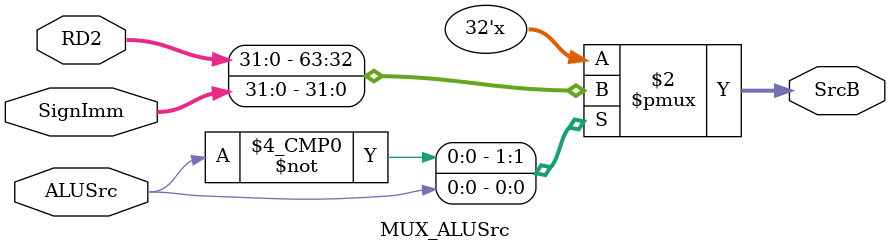
<source format=sv>
module MUX_ALUSrc(input logic ALUSrc, input logic[31:0] RD2, input logic[31:0] SignImm, output logic[31:0] SrcB);

    always@(*)
    begin
        case(ALUSrc)
            1'b0 : SrcB = RD2;
            1'b1 : SrcB = SignImm;
        default : SrcB = 0;
        endcase

    end

endmodule

</source>
